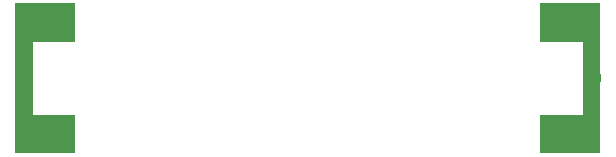
<source format=gts>
G04 EAGLE Gerber RS-274X export*
G75*
%MOMM*%
%FSLAX34Y34*%
%LPD*%
%INSoldermask Top*%
%IPPOS*%
%AMOC8*
5,1,8,0,0,1.08239X$1,22.5*%
G01*
%ADD10C,3.098800*%
%ADD11R,1.524000X0.685800*%

G36*
X50805Y-1D02*
X50805Y-1D01*
X50805Y0D01*
X50805Y32512D01*
X50801Y32517D01*
X50800Y32517D01*
X14737Y32517D01*
X14737Y59944D01*
X14733Y59949D01*
X14732Y59949D01*
X0Y59949D01*
X-5Y59945D01*
X-5Y59944D01*
X-5Y0D01*
X-1Y-5D01*
X0Y-5D01*
X50800Y-5D01*
X50805Y-1D01*
G37*
G36*
X14737Y67055D02*
X14737Y67055D01*
X14737Y67056D01*
X14737Y94483D01*
X50800Y94483D01*
X50805Y94487D01*
X50805Y94488D01*
X50805Y127000D01*
X50801Y127005D01*
X50800Y127005D01*
X0Y127005D01*
X-5Y127001D01*
X-5Y127000D01*
X-5Y67056D01*
X-1Y67051D01*
X0Y67051D01*
X14732Y67051D01*
X14737Y67055D01*
G37*
G36*
X495305Y-1D02*
X495305Y-1D01*
X495305Y0D01*
X495305Y59944D01*
X495301Y59949D01*
X495300Y59949D01*
X480568Y59949D01*
X480563Y59945D01*
X480563Y59944D01*
X480563Y32517D01*
X444500Y32517D01*
X444495Y32513D01*
X444495Y32512D01*
X444495Y0D01*
X444499Y-5D01*
X444500Y-5D01*
X495300Y-5D01*
X495305Y-1D01*
G37*
G36*
X495305Y67055D02*
X495305Y67055D01*
X495305Y67056D01*
X495305Y127000D01*
X495301Y127005D01*
X495300Y127005D01*
X444500Y127005D01*
X444495Y127001D01*
X444495Y127000D01*
X444495Y94488D01*
X444499Y94483D01*
X444500Y94483D01*
X480563Y94483D01*
X480563Y67056D01*
X480567Y67051D01*
X480568Y67051D01*
X495300Y67051D01*
X495305Y67055D01*
G37*
D10*
X467360Y111125D03*
X467360Y15875D03*
D11*
X488315Y63500D03*
D10*
X27940Y15875D03*
X27940Y111125D03*
D11*
X6985Y63500D03*
M02*

</source>
